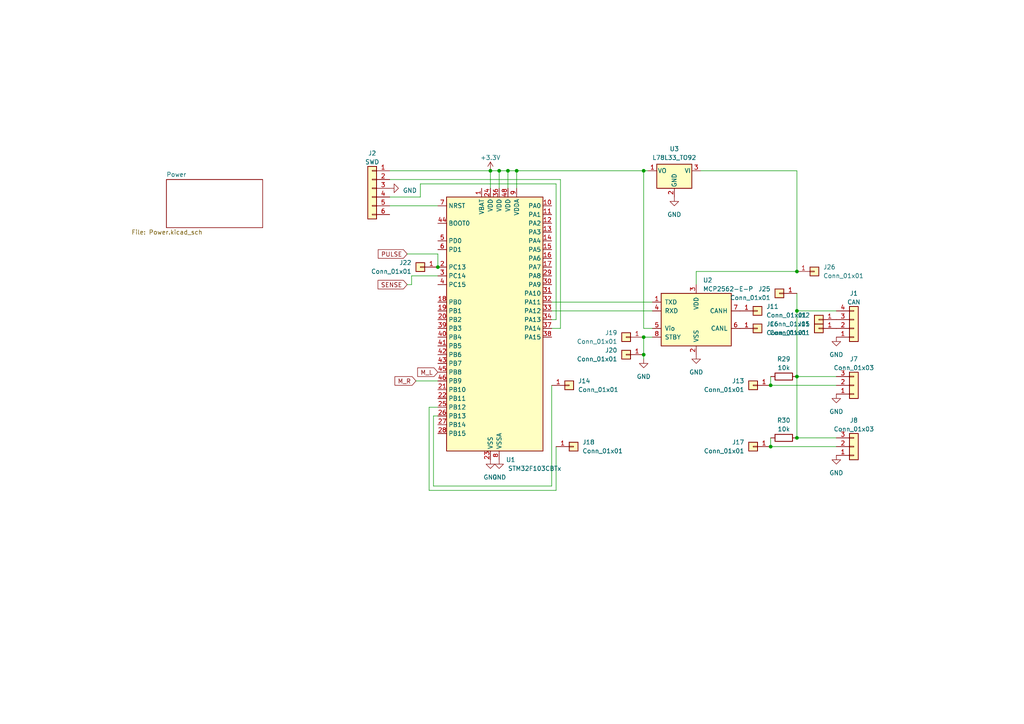
<source format=kicad_sch>
(kicad_sch (version 20231120) (generator "eeschema") (generator_version "8.0")
  (paper "A4")
  (lib_symbols
    (symbol "Connector_Generic:Conn_01x01" (pin_names (offset 1.016) hide)
      (property "Reference" "J" (at 0 2.54 0))
      (property "Value" "Conn_01x01" (at 0 -2.54 0))
      (symbol "Conn_01x01_1_1"
        (rectangle (start -1.27 0.127) (end 0 -0.127) (stroke (width 0.1524)))
        (rectangle (start -1.27 1.27) (end 1.27 -1.27) (stroke (width 0.254)) (fill (type background)))
        (pin passive line (at -5.08 0 0) (length 3.81) (name "Pin_1") (number "1"))
      )
    )
    (symbol "Connector_Generic:Conn_01x03" (pin_names (offset 1.016) hide)
      (property "Reference" "J" (at 0 5.08 0))
      (property "Value" "Conn_01x03" (at 0 -5.08 0))
      (symbol "Conn_01x03_1_1"
        (rectangle (start -1.27 -2.413) (end 0 -2.667) (stroke (width 0.1524)))
        (rectangle (start -1.27 0.127) (end 0 -0.127) (stroke (width 0.1524)))
        (rectangle (start -1.27 2.667) (end 0 2.413) (stroke (width 0.1524)))
        (rectangle (start -1.27 3.81) (end 1.27 -3.81) (stroke (width 0.254)) (fill (type background)))
        (pin passive line (at -5.08 2.54 0) (length 3.81) (name "Pin_1") (number "1"))
        (pin passive line (at -5.08 0 0) (length 3.81) (name "Pin_2") (number "2"))
        (pin passive line (at -5.08 -2.54 0) (length 3.81) (name "Pin_3") (number "3"))
      )
    )
    (symbol "Connector_Generic:Conn_01x04" (pin_names (offset 1.016) hide)
      (property "Reference" "J" (at 0 5.08 0))
      (property "Value" "Conn_01x04" (at 0 -7.62 0))
      (symbol "Conn_01x04_1_1"
        (rectangle (start -1.27 -4.953) (end 0 -5.207) (stroke (width 0.1524)))
        (rectangle (start -1.27 -2.413) (end 0 -2.667) (stroke (width 0.1524)))
        (rectangle (start -1.27 0.127) (end 0 -0.127) (stroke (width 0.1524)))
        (rectangle (start -1.27 2.667) (end 0 2.413) (stroke (width 0.1524)))
        (rectangle (start -1.27 3.81) (end 1.27 -6.35) (stroke (width 0.254)) (fill (type background)))
        (pin passive line (at -5.08 2.54 0) (length 3.81) (name "Pin_1") (number "1"))
        (pin passive line (at -5.08 0 0) (length 3.81) (name "Pin_2") (number "2"))
        (pin passive line (at -5.08 -2.54 0) (length 3.81) (name "Pin_3") (number "3"))
        (pin passive line (at -5.08 -5.08 0) (length 3.81) (name "Pin_4") (number "4"))
      )
    )
    (symbol "Connector_Generic:Conn_01x06" (pin_names (offset 1.016) hide)
      (property "Reference" "J" (at 0 7.62 0))
      (property "Value" "Conn_01x06" (at 0 -10.16 0))
      (symbol "Conn_01x06_1_1"
        (rectangle (start -1.27 -7.493) (end 0 -7.747) (stroke (width 0.1524)))
        (rectangle (start -1.27 -4.953) (end 0 -5.207) (stroke (width 0.1524)))
        (rectangle (start -1.27 -2.413) (end 0 -2.667) (stroke (width 0.1524)))
        (rectangle (start -1.27 0.127) (end 0 -0.127) (stroke (width 0.1524)))
        (rectangle (start -1.27 2.667) (end 0 2.413) (stroke (width 0.1524)))
        (rectangle (start -1.27 5.207) (end 0 4.953) (stroke (width 0.1524)))
        (rectangle (start -1.27 6.35) (end 1.27 -8.89) (stroke (width 0.254)) (fill (type background)))
        (pin passive line (at -5.08 5.08 0) (length 3.81) (name "Pin_1") (number "1"))
        (pin passive line (at -5.08 2.54 0) (length 3.81) (name "Pin_2") (number "2"))
        (pin passive line (at -5.08 0 0) (length 3.81) (name "Pin_3") (number "3"))
        (pin passive line (at -5.08 -2.54 0) (length 3.81) (name "Pin_4") (number "4"))
        (pin passive line (at -5.08 -5.08 0) (length 3.81) (name "Pin_5") (number "5"))
        (pin passive line (at -5.08 -7.62 0) (length 3.81) (name "Pin_6") (number "6"))
      )
    )
    (symbol "Device:R" (pin_numbers hide) (pin_names (offset 0))
      (property "Reference" "R" (at 2.032 0 90))
      (property "Value" "R" (at 0 0 90))
      (symbol "R_0_1"
        (rectangle (start -1.016 -2.54) (end 1.016 2.54) (stroke (width 0.254)))
      )
      (symbol "R_1_1"
        (pin passive line (at 0 3.81 270) (length 1.27) (name "~") (number "1"))
        (pin passive line (at 0 -3.81 90) (length 1.27) (name "~") (number "2"))
      )
    )
    (symbol "Interface_CAN_LIN:MCP2562-E-P" (pin_names (offset 1.016))
      (property "Reference" "U" (at -10.16 8.89 0))
      (property "Value" "MCP2562-E-P" (at 2.54 8.89 0))
      (symbol "MCP2562-E-P_0_1"
        (rectangle (start -10.16 7.62) (end 10.16 -7.62) (stroke (width 0.254)) (fill (type background)))
      )
      (symbol "MCP2562-E-P_1_1"
        (pin input line (at -12.7 5.08 0) (length 2.54) (name "TXD") (number "1"))
        (pin power_in line (at 0 -10.16 90) (length 2.54) (name "VSS") (number "2"))
        (pin power_in line (at 0 10.16 270) (length 2.54) (name "VDD") (number "3"))
        (pin output line (at -12.7 2.54 0) (length 2.54) (name "RXD") (number "4"))
        (pin power_in line (at -12.7 -2.54 0) (length 2.54) (name "Vio") (number "5"))
        (pin bidirectional line (at 12.7 -2.54 180) (length 2.54) (name "CANL") (number "6"))
        (pin bidirectional line (at 12.7 2.54 180) (length 2.54) (name "CANH") (number "7"))
        (pin input line (at -12.7 -5.08 0) (length 2.54) (name "STBY") (number "8"))
      )
    )
    (symbol "MCU_ST_STM32F1:STM32F103CBTx"
      (property "Reference" "U" (at -12.7 39.37 0))
      (property "Value" "STM32F103CBTx" (at 10.16 39.37 0))
      (symbol "STM32F103CBTx_0_1"
        (rectangle (start -12.7 -35.56) (end 15.24 38.1) (stroke (width 0.254)) (fill (type background)))
      )
      (symbol "STM32F103CBTx_1_1"
        (pin power_in line (at -2.54 40.64 270) (length 2.54) (name "VBAT") (number "1"))
        (pin bidirectional line (at 17.78 35.56 180) (length 2.54) (name "PA0") (number "10"))
        (pin bidirectional line (at 17.78 33.02 180) (length 2.54) (name "PA1") (number "11"))
        (pin bidirectional line (at 17.78 30.48 180) (length 2.54) (name "PA2") (number "12"))
        (pin bidirectional line (at 17.78 27.94 180) (length 2.54) (name "PA3") (number "13"))
        (pin bidirectional line (at 17.78 25.4 180) (length 2.54) (name "PA4") (number "14"))
        (pin bidirectional line (at 17.78 22.86 180) (length 2.54) (name "PA5") (number "15"))
        (pin bidirectional line (at 17.78 20.32 180) (length 2.54) (name "PA6") (number "16"))
        (pin bidirectional line (at 17.78 17.78 180) (length 2.54) (name "PA7") (number "17"))
        (pin bidirectional line (at -15.24 7.62 0) (length 2.54) (name "PB0") (number "18"))
        (pin bidirectional line (at -15.24 5.08 0) (length 2.54) (name "PB1") (number "19"))
        (pin bidirectional line (at -15.24 17.78 0) (length 2.54) (name "PC13") (number "2"))
        (pin bidirectional line (at -15.24 2.54 0) (length 2.54) (name "PB2") (number "20"))
        (pin bidirectional line (at -15.24 -17.78 0) (length 2.54) (name "PB10") (number "21"))
        (pin bidirectional line (at -15.24 -20.32 0) (length 2.54) (name "PB11") (number "22"))
        (pin power_in line (at 0 -38.1 90) (length 2.54) (name "VSS") (number "23"))
        (pin power_in line (at 0 40.64 270) (length 2.54) (name "VDD") (number "24"))
        (pin bidirectional line (at -15.24 -22.86 0) (length 2.54) (name "PB12") (number "25"))
        (pin bidirectional line (at -15.24 -25.4 0) (length 2.54) (name "PB13") (number "26"))
        (pin bidirectional line (at -15.24 -27.94 0) (length 2.54) (name "PB14") (number "27"))
        (pin bidirectional line (at -15.24 -30.48 0) (length 2.54) (name "PB15") (number "28"))
        (pin bidirectional line (at 17.78 15.24 180) (length 2.54) (name "PA8") (number "29"))
        (pin bidirectional line (at -15.24 15.24 0) (length 2.54) (name "PC14") (number "3"))
        (pin bidirectional line (at 17.78 12.7 180) (length 2.54) (name "PA9") (number "30"))
        (pin bidirectional line (at 17.78 10.16 180) (length 2.54) (name "PA10") (number "31"))
        (pin bidirectional line (at 17.78 7.62 180) (length 2.54) (name "PA11") (number "32"))
        (pin bidirectional line (at 17.78 5.08 180) (length 2.54) (name "PA12") (number "33"))
        (pin bidirectional line (at 17.78 2.54 180) (length 2.54) (name "PA13") (number "34"))
        (pin passive line (at 0 -38.1 90) (length 2.54) hide (name "VSS") (number "35"))
        (pin power_in line (at 2.54 40.64 270) (length 2.54) (name "VDD") (number "36"))
        (pin bidirectional line (at 17.78 0 180) (length 2.54) (name "PA14") (number "37"))
        (pin bidirectional line (at 17.78 -2.54 180) (length 2.54) (name "PA15") (number "38"))
        (pin bidirectional line (at -15.24 0 0) (length 2.54) (name "PB3") (number "39"))
        (pin bidirectional line (at -15.24 12.7 0) (length 2.54) (name "PC15") (number "4"))
        (pin bidirectional line (at -15.24 -2.54 0) (length 2.54) (name "PB4") (number "40"))
        (pin bidirectional line (at -15.24 -5.08 0) (length 2.54) (name "PB5") (number "41"))
        (pin bidirectional line (at -15.24 -7.62 0) (length 2.54) (name "PB6") (number "42"))
        (pin bidirectional line (at -15.24 -10.16 0) (length 2.54) (name "PB7") (number "43"))
        (pin input line (at -15.24 30.48 0) (length 2.54) (name "BOOT0") (number "44"))
        (pin bidirectional line (at -15.24 -12.7 0) (length 2.54) (name "PB8") (number "45"))
        (pin bidirectional line (at -15.24 -15.24 0) (length 2.54) (name "PB9") (number "46"))
        (pin passive line (at 0 -38.1 90) (length 2.54) hide (name "VSS") (number "47"))
        (pin power_in line (at 5.08 40.64 270) (length 2.54) (name "VDD") (number "48"))
        (pin bidirectional line (at -15.24 25.4 0) (length 2.54) (name "PD0") (number "5"))
        (pin bidirectional line (at -15.24 22.86 0) (length 2.54) (name "PD1") (number "6"))
        (pin input line (at -15.24 35.56 0) (length 2.54) (name "NRST") (number "7"))
        (pin power_in line (at 2.54 -38.1 90) (length 2.54) (name "VSSA") (number "8"))
        (pin power_in line (at 7.62 40.64 270) (length 2.54) (name "VDDA") (number "9"))
      )
    )
    (symbol "Regulator_Linear:L78L33_TO92" (pin_names (offset 0.254))
      (property "Reference" "U" (at -3.81 3.175 0))
      (property "Value" "L78L33_TO92" (at 0 3.175 0))
      (symbol "L78L33_TO92_0_1"
        (rectangle (start -5.08 -5.08) (end 5.08 1.905) (stroke (width 0.254)) (fill (type background)))
      )
      (symbol "L78L33_TO92_1_1"
        (pin power_out line (at 7.62 0 180) (length 2.54) (name "VO") (number "1"))
        (pin power_in line (at 0 -7.62 90) (length 2.54) (name "GND") (number "2"))
        (pin power_in line (at -7.62 0 0) (length 2.54) (name "VI") (number "3"))
      )
    )
    (symbol "power:+3.3V" (power) (pin_names (offset 0))
      (property "Value" "+3.3V" (at 0 3.556 0))
      (symbol "+3.3V_0_1"
        (polyline (pts (xy -0.762 1.27) (xy 0 2.54)))
        (polyline (pts (xy 0 0) (xy 0 2.54)))
        (polyline (pts (xy 0 2.54) (xy 0.762 1.27)))
      )
      (symbol "+3.3V_1_1"
        (pin power_in line (at 0 0 90) (length 0) hide (name "+3.3V") (number "1"))
      )
    )
    (symbol "power:GND" (power) (pin_names (offset 0))
      (property "Value" "GND" (at 0 -3.81 0))
      (symbol "GND_0_1"
        (polyline (pts (xy 0 0) (xy 0 -1.27) (xy 1.27 -1.27) (xy 0 -2.54) (xy -1.27 -1.27) (xy 0 -1.27)))
      )
      (symbol "GND_1_1"
        (pin power_in line (at 0 0 270) (length 0) hide (name "GND") (number "1"))
      )
    )
  )
  (junction (at 147.32 49.53))
  (junction (at 142.24 49.53))
  (junction (at 186.69 97.79))
  (junction (at 149.86 49.53))
  (junction (at 231.14 109.22))
  (junction (at 231.14 90.17))
  (junction (at 144.78 49.53))
  (junction (at 223.52 111.76))
  (junction (at 223.52 129.54))
  (junction (at 127 77.47))
  (junction (at 186.69 102.87))
  (junction (at 186.69 49.53))
  (junction (at 231.14 127))
  (junction (at 231.14 78.74))
  (wire (pts (xy 161.29 92.71) (xy 161.29 53.34)))
  (wire (pts (xy 223.52 127) (xy 223.52 129.54)))
  (wire (pts (xy 124.46 142.24) (xy 161.29 142.24)))
  (wire (pts (xy 161.29 53.34) (xy 121.92 53.34)))
  (wire (pts (xy 125.73 140.97) (xy 125.73 120.65)))
  (wire (pts (xy 231.14 78.74) (xy 201.93 78.74)))
  (wire (pts (xy 242.57 109.22) (xy 231.14 109.22)))
  (wire (pts (xy 162.56 52.07) (xy 113.03 52.07)))
  (wire (pts (xy 187.96 49.53) (xy 186.69 49.53)))
  (wire (pts (xy 160.02 140.97) (xy 125.73 140.97)))
  (wire (pts (xy 144.78 49.53) (xy 142.24 49.53)))
  (wire (pts (xy 186.69 49.53) (xy 186.69 95.25)))
  (wire (pts (xy 147.32 49.53) (xy 144.78 49.53)))
  (wire (pts (xy 231.14 127) (xy 231.14 109.22)))
  (wire (pts (xy 160.02 111.76) (xy 160.02 140.97)))
  (wire (pts (xy 189.23 95.25) (xy 186.69 95.25)))
  (wire (pts (xy 113.03 49.53) (xy 142.24 49.53)))
  (wire (pts (xy 231.14 109.22) (xy 231.14 90.17)))
  (wire (pts (xy 223.52 129.54) (xy 242.57 129.54)))
  (wire (pts (xy 160.02 95.25) (xy 162.56 95.25)))
  (wire (pts (xy 242.57 111.76) (xy 223.52 111.76)))
  (wire (pts (xy 160.02 87.63) (xy 189.23 87.63)))
  (wire (pts (xy 162.56 95.25) (xy 162.56 52.07)))
  (wire (pts (xy 118.11 73.66) (xy 127 73.66)))
  (wire (pts (xy 231.14 49.53) (xy 231.14 78.74)))
  (wire (pts (xy 120.65 110.49) (xy 127 110.49)))
  (wire (pts (xy 144.78 49.53) (xy 144.78 54.61)))
  (wire (pts (xy 118.11 82.55) (xy 119.38 82.55)))
  (wire (pts (xy 121.92 57.15) (xy 113.03 57.15)))
  (wire (pts (xy 161.29 142.24) (xy 161.29 129.54)))
  (wire (pts (xy 160.02 92.71) (xy 161.29 92.71)))
  (wire (pts (xy 149.86 49.53) (xy 147.32 49.53)))
  (wire (pts (xy 201.93 78.74) (xy 201.93 82.55)))
  (wire (pts (xy 142.24 49.53) (xy 142.24 54.61)))
  (wire (pts (xy 121.92 53.34) (xy 121.92 57.15)))
  (wire (pts (xy 125.73 120.65) (xy 127 120.65)))
  (wire (pts (xy 231.14 85.09) (xy 231.14 90.17)))
  (wire (pts (xy 113.03 59.69) (xy 127 59.69)))
  (wire (pts (xy 189.23 97.79) (xy 186.69 97.79)))
  (wire (pts (xy 149.86 49.53) (xy 149.86 54.61)))
  (wire (pts (xy 127 118.11) (xy 124.46 118.11)))
  (wire (pts (xy 242.57 127) (xy 231.14 127)))
  (wire (pts (xy 119.38 82.55) (xy 119.38 80.01)))
  (wire (pts (xy 242.57 90.17) (xy 231.14 90.17)))
  (wire (pts (xy 127 73.66) (xy 127 77.47)))
  (wire (pts (xy 186.69 97.79) (xy 186.69 102.87)))
  (wire (pts (xy 119.38 80.01) (xy 127 80.01)))
  (wire (pts (xy 160.02 90.17) (xy 189.23 90.17)))
  (wire (pts (xy 203.2 49.53) (xy 231.14 49.53)))
  (wire (pts (xy 149.86 49.53) (xy 186.69 49.53)))
  (wire (pts (xy 147.32 49.53) (xy 147.32 54.61)))
  (wire (pts (xy 223.52 109.22) (xy 223.52 111.76)))
  (wire (pts (xy 124.46 118.11) (xy 124.46 142.24)))
  (wire (pts (xy 186.69 102.87) (xy 186.69 104.14)))
  (global_label "SENSE" (shape input) (at 118.11 82.55 180) (property "Intersheetrefs" "${INTERSHEET_REFS}" (effects (hide yes))))
  (global_label "M_L" (shape input) (at 127 107.95 180) (property "Intersheetrefs" "${INTERSHEET_REFS}" (effects (hide yes))))
  (global_label "PULSE" (shape input) (at 118.11 73.66 180) (property "Intersheetrefs" "${INTERSHEET_REFS}" (effects (hide yes))))
  (global_label "M_R" (shape input) (at 120.65 110.49 180) (property "Intersheetrefs" "${INTERSHEET_REFS}" (effects (hide yes))))
  (symbol (lib_id "power:GND") (at 113.03 54.61 90) (unit 1)
    (property "Reference" "#PWR06" (effects (hide yes)))
    (property "Value" "GND" (at 116.84 55.245 90) (effects (justify right)))
  )
  (symbol (lib_id "Connector_Generic:Conn_01x01") (at 218.44 129.54 0) (mirror y) (unit 1)
    (property "Reference" "J17" (at 215.9 128.27 0) (effects (justify left)))
    (property "Value" "Conn_01x01" (at 215.9 130.81 0) (effects (justify left)))
    (property "Footprint" "Connector_PinHeader_2.00mm:PinHeader_1x01_P2.00mm_Vertical" (effects (hide yes)))
  )
  (symbol (lib_id "Connector_Generic:Conn_01x01") (at 181.61 97.79 0) (mirror y) (unit 1)
    (property "Reference" "J19" (at 179.07 96.52 0) (effects (justify left)))
    (property "Value" "Conn_01x01" (at 179.07 99.06 0) (effects (justify left)))
    (property "Footprint" "Connector_PinHeader_2.00mm:PinHeader_1x01_P2.00mm_Vertical" (effects (hide yes)))
  )
  (symbol (lib_id "power:GND") (at 144.78 133.35 0) (unit 1)
    (property "Reference" "#PWR05" (effects (hide yes)))
    (property "Value" "GND" (at 144.78 138.43 0))
  )
  (symbol (lib_id "Connector_Generic:Conn_01x04") (at 247.65 95.25 0) (mirror x) (unit 1)
    (property "Reference" "J1" (at 247.65 85.09 0))
    (property "Value" "CAN" (at 247.65 87.63 0))
    (property "Footprint" "Charging_controller:CONN-TE-MICROMATCH-2X2-PTH-BOSS" (effects (hide yes)))
  )
  (symbol (lib_id "Connector_Generic:Conn_01x01") (at 218.44 111.76 0) (mirror y) (unit 1)
    (property "Reference" "J13" (at 215.9 110.49 0) (effects (justify left)))
    (property "Value" "Conn_01x01" (at 215.9 113.03 0) (effects (justify left)))
    (property "Footprint" "Connector_PinHeader_2.00mm:PinHeader_1x01_P2.00mm_Vertical" (effects (hide yes)))
  )
  (symbol (lib_id "power:GND") (at 242.57 132.08 0) (unit 1)
    (property "Reference" "#PWR037" (effects (hide yes)))
    (property "Value" "GND" (at 242.57 137.16 0))
  )
  (symbol (lib_id "Connector_Generic:Conn_01x01") (at 121.92 77.47 0) (mirror y) (unit 1)
    (property "Reference" "J22" (at 119.38 76.2 0) (effects (justify left)))
    (property "Value" "Conn_01x01" (at 119.38 78.74 0) (effects (justify left)))
    (property "Footprint" "Connector_PinHeader_2.00mm:PinHeader_1x01_P2.00mm_Vertical" (effects (hide yes)))
  )
  (symbol (lib_id "power:GND") (at 242.57 114.3 0) (unit 1)
    (property "Reference" "#PWR036" (effects (hide yes)))
    (property "Value" "GND" (at 242.57 119.38 0))
  )
  (symbol (lib_id "Connector_Generic:Conn_01x03") (at 247.65 129.54 0) (mirror x) (unit 1)
    (property "Reference" "J8" (at 247.65 121.92 0))
    (property "Value" "Conn_01x03" (at 247.65 124.46 0))
    (property "Footprint" "Charging_controller:Phoenix_ICV_3_vertical" (effects (hide yes)))
  )
  (symbol (lib_id "Device:R") (at 227.33 109.22 270) (mirror x) (unit 1)
    (property "Reference" "R29" (at 227.33 104.14 90))
    (property "Value" "10k" (at 227.33 106.68 90))
    (property "Footprint" "Resistor_THT:R_Axial_DIN0207_L6.3mm_D2.5mm_P7.62mm_Horizontal" (effects (hide yes)))
  )
  (symbol (lib_id "Connector_Generic:Conn_01x01") (at 165.1 111.76 0) (unit 1)
    (property "Reference" "J14" (at 167.64 110.49 0) (effects (justify left)))
    (property "Value" "Conn_01x01" (at 167.64 113.03 0) (effects (justify left)))
    (property "Footprint" "Connector_PinHeader_2.00mm:PinHeader_1x01_P2.00mm_Vertical" (effects (hide yes)))
  )
  (symbol (lib_id "power:GND") (at 186.69 104.14 0) (unit 1)
    (property "Reference" "#PWR035" (effects (hide yes)))
    (property "Value" "GND" (at 186.69 109.22 0))
  )
  (symbol (lib_id "Interface_CAN_LIN:MCP2562-E-P") (at 201.93 92.71 0) (unit 1)
    (property "Reference" "U2" (at 203.8859 81.28 0) (effects (justify left)))
    (property "Value" "MCP2562-E-P" (at 203.8859 83.82 0) (effects (justify left)))
    (property "Footprint" "Package_DIP:DIP-8_W7.62mm" (effects (hide yes)))
    (property "Datasheet" "http://ww1.microchip.com/downloads/en/DeviceDoc/25167A.pdf" (effects (hide yes)))
  )
  (symbol (lib_id "Connector_Generic:Conn_01x01") (at 226.06 85.09 0) (mirror y) (unit 1)
    (property "Reference" "J25" (at 223.52 83.82 0) (effects (justify left)))
    (property "Value" "Conn_01x01" (at 223.52 86.36 0) (effects (justify left)))
    (property "Footprint" "Connector_PinHeader_2.00mm:PinHeader_1x01_P2.00mm_Vertical" (effects (hide yes)))
  )
  (symbol (lib_id "Device:R") (at 227.33 127 270) (mirror x) (unit 1)
    (property "Reference" "R30" (at 227.33 121.92 90))
    (property "Value" "10k" (at 227.33 124.46 90))
    (property "Footprint" "Resistor_THT:R_Axial_DIN0207_L6.3mm_D2.5mm_P7.62mm_Horizontal" (effects (hide yes)))
  )
  (symbol (lib_id "Connector_Generic:Conn_01x01") (at 237.49 92.71 0) (mirror y) (unit 1)
    (property "Reference" "J12" (at 234.95 91.44 0) (effects (justify left)))
    (property "Value" "Conn_01x01" (at 234.95 93.98 0) (effects (justify left)))
    (property "Footprint" "Connector_PinHeader_2.00mm:PinHeader_1x01_P2.00mm_Vertical" (effects (hide yes)))
  )
  (symbol (lib_id "Regulator_Linear:L78L33_TO92") (at 195.58 49.53 0) (mirror y) (unit 1)
    (property "Reference" "U3" (at 195.58 43.18 0))
    (property "Value" "L78L33_TO92" (at 195.58 45.72 0))
    (property "Footprint" "Package_TO_SOT_THT:TO-92_Inline" (effects (hide yes)))
    (property "Datasheet" "http://www.st.com/content/ccc/resource/technical/document/datasheet/15/55/e5/aa/23/5b/43/fd/CD00000446.pdf/files/CD00000446.pdf/jcr:content/translations/en.CD00000446.pdf" (effects (hide yes)))
  )
  (symbol (lib_id "power:GND") (at 242.57 97.79 0) (unit 1)
    (property "Reference" "#PWR01" (effects (hide yes)))
    (property "Value" "GND" (at 242.57 102.87 0))
  )
  (symbol (lib_id "Connector_Generic:Conn_01x01") (at 219.71 90.17 0) (unit 1)
    (property "Reference" "J11" (at 222.25 88.9 0) (effects (justify left)))
    (property "Value" "Conn_01x01" (at 222.25 91.44 0) (effects (justify left)))
    (property "Footprint" "Connector_PinHeader_2.00mm:PinHeader_1x01_P2.00mm_Vertical" (effects (hide yes)))
  )
  (symbol (lib_id "Connector_Generic:Conn_01x06") (at 107.95 54.61 0) (mirror y) (unit 1)
    (property "Reference" "J2" (at 107.95 44.45 0))
    (property "Value" "SWD" (at 107.95 46.99 0))
    (property "Footprint" "Connector_PinHeader_2.54mm:PinHeader_1x06_P2.54mm_Vertical" (effects (hide yes)))
  )
  (symbol (lib_id "power:GND") (at 195.58 57.15 0) (unit 1)
    (property "Reference" "#PWR02" (effects (hide yes)))
    (property "Value" "GND" (at 195.58 62.23 0))
  )
  (symbol (lib_id "Connector_Generic:Conn_01x01") (at 236.22 78.74 0) (unit 1)
    (property "Reference" "J26" (at 238.76 77.47 0) (effects (justify left)))
    (property "Value" "Conn_01x01" (at 238.76 80.01 0) (effects (justify left)))
    (property "Footprint" "Connector_PinHeader_2.00mm:PinHeader_1x01_P2.00mm_Vertical" (effects (hide yes)))
  )
  (symbol (lib_id "Connector_Generic:Conn_01x03") (at 247.65 111.76 0) (mirror x) (unit 1)
    (property "Reference" "J7" (at 247.65 104.14 0))
    (property "Value" "Conn_01x03" (at 247.65 106.68 0))
    (property "Footprint" "Charging_controller:Phoenix_ICV_3_vertical" (effects (hide yes)))
  )
  (symbol (lib_id "power:GND") (at 201.93 102.87 0) (unit 1)
    (property "Reference" "#PWR04" (effects (hide yes)))
    (property "Value" "GND" (at 201.93 107.95 0))
  )
  (symbol (lib_id "Connector_Generic:Conn_01x01") (at 166.37 129.54 0) (unit 1)
    (property "Reference" "J18" (at 168.91 128.27 0) (effects (justify left)))
    (property "Value" "Conn_01x01" (at 168.91 130.81 0) (effects (justify left)))
    (property "Footprint" "Connector_PinHeader_2.00mm:PinHeader_1x01_P2.00mm_Vertical" (effects (hide yes)))
  )
  (symbol (lib_id "Connector_Generic:Conn_01x01") (at 219.71 95.25 0) (unit 1)
    (property "Reference" "J16" (at 222.25 93.98 0) (effects (justify left)))
    (property "Value" "Conn_01x01" (at 222.25 96.52 0) (effects (justify left)))
    (property "Footprint" "Connector_PinHeader_2.00mm:PinHeader_1x01_P2.00mm_Vertical" (effects (hide yes)))
  )
  (symbol (lib_id "power:+3.3V") (at 142.24 49.53 0) (unit 1)
    (property "Reference" "#PWR07" (effects (hide yes)))
    (property "Value" "+3.3V" (at 142.24 45.72 0))
  )
  (symbol (lib_id "power:GND") (at 142.24 133.35 0) (unit 1)
    (property "Reference" "#PWR03" (effects (hide yes)))
    (property "Value" "GND" (at 142.24 138.43 0))
  )
  (symbol (lib_id "MCU_ST_STM32F1:STM32F103CBTx") (at 142.24 95.25 0) (unit 1)
    (property "Reference" "U1" (at 146.7359 133.35 0) (effects (justify left)))
    (property "Value" "STM32F103CBTx" (at 147.32 135.89 0) (effects (justify left)))
    (property "Footprint" "Package_QFP:LQFP-48_7x7mm_P0.5mm" (effects (hide yes)))
    (property "Datasheet" "https://www.st.com/resource/en/datasheet/stm32f103cb.pdf" (effects (hide yes)))
  )
  (symbol (lib_id "Connector_Generic:Conn_01x01") (at 181.61 102.87 0) (mirror y) (unit 1)
    (property "Reference" "J20" (at 179.07 101.6 0) (effects (justify left)))
    (property "Value" "Conn_01x01" (at 179.07 104.14 0) (effects (justify left)))
    (property "Footprint" "Connector_PinHeader_2.00mm:PinHeader_1x01_P2.00mm_Vertical" (effects (hide yes)))
  )
  (symbol (lib_id "Connector_Generic:Conn_01x01") (at 237.49 95.25 0) (mirror y) (unit 1)
    (property "Reference" "J15" (at 234.95 93.98 0) (effects (justify left)))
    (property "Value" "Conn_01x01" (at 234.95 96.52 0) (effects (justify left)))
    (property "Footprint" "Connector_PinHeader_2.00mm:PinHeader_1x01_P2.00mm_Vertical" (effects (hide yes)))
  )
  (sheet (at 48.26 52.07) (size 27.94 13.97) (stroke (width 0.1524))
    (property "Sheetname" "Power" (at 48.26 51.3584 0) (effects (justify left bottom)))
    (property "Sheetfile" "Power.kicad_sch" (at 38.1 66.6246 0) (effects (justify left top)))
  )
)
</source>
